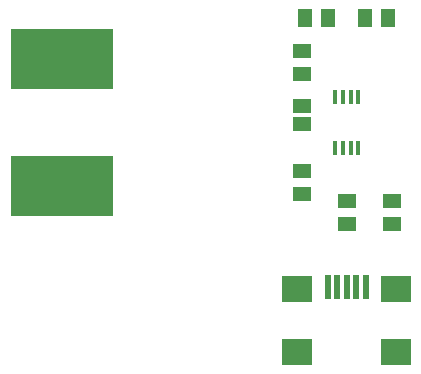
<source format=gtp>
G75*
%MOIN*%
%OFA0B0*%
%FSLAX25Y25*%
%IPPOS*%
%LPD*%
%AMOC8*
5,1,8,0,0,1.08239X$1,22.5*
%
%ADD10R,0.05906X0.05118*%
%ADD11R,0.05118X0.05906*%
%ADD12R,0.01575X0.04724*%
%ADD13R,0.34449X0.20472*%
%ADD14R,0.09843X0.08661*%
%ADD15R,0.01969X0.07874*%
%ADD16R,0.06300X0.04600*%
D10*
X0106937Y0065992D03*
X0106937Y0073472D03*
X0121937Y0063472D03*
X0121937Y0055992D03*
X0136937Y0055992D03*
X0136937Y0063472D03*
X0106937Y0105992D03*
X0106937Y0113472D03*
D11*
X0108197Y0124732D03*
X0115677Y0124732D03*
X0128197Y0124732D03*
X0135677Y0124732D03*
D12*
X0125776Y0098223D03*
X0123217Y0098223D03*
X0120657Y0098223D03*
X0118098Y0098223D03*
X0118098Y0081241D03*
X0120657Y0081241D03*
X0123217Y0081241D03*
X0125776Y0081241D03*
D13*
X0026937Y0068472D03*
X0026937Y0110992D03*
D14*
X0105406Y0034078D03*
X0105406Y0013211D03*
X0138477Y0013211D03*
X0138477Y0034078D03*
D15*
X0128241Y0035062D03*
X0125092Y0035062D03*
X0121942Y0035062D03*
X0118792Y0035062D03*
X0115643Y0035062D03*
D16*
X0106937Y0089232D03*
X0106937Y0095232D03*
M02*

</source>
